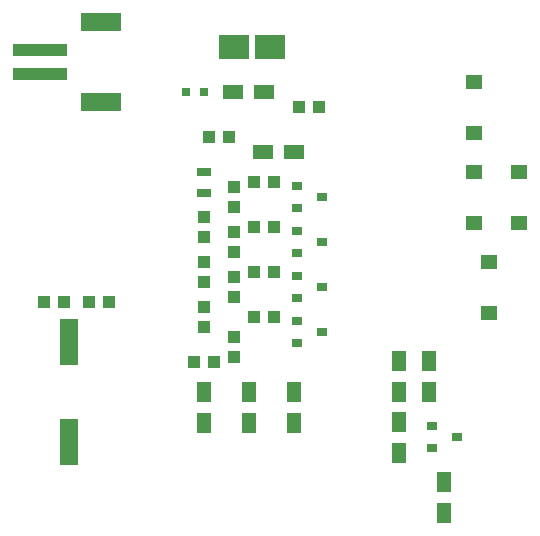
<source format=gbr>
G04 EAGLE Gerber RS-274X export*
G75*
%MOMM*%
%FSLAX34Y34*%
%LPD*%
%INSolderpaste Top*%
%IPPOS*%
%AMOC8*
5,1,8,0,0,1.08239X$1,22.5*%
G01*
%ADD10R,1.188700X1.795500*%
%ADD11R,1.100000X1.000000*%
%ADD12R,1.000000X1.100000*%
%ADD13R,1.470000X1.270000*%
%ADD14R,0.900000X0.800000*%
%ADD15R,1.795500X1.188700*%
%ADD16R,2.500000X2.000000*%
%ADD17R,0.800000X0.800000*%
%ADD18R,1.600000X3.900000*%
%ADD19R,1.200000X0.800000*%
%ADD20R,4.600000X1.000000*%
%ADD21R,3.400000X1.600000*%


D10*
X292100Y100802D03*
X292100Y127000D03*
X381000Y153198D03*
X381000Y127000D03*
D11*
X258200Y304800D03*
X275200Y304800D03*
D12*
X241300Y300600D03*
X241300Y283600D03*
D13*
X444500Y389800D03*
X444500Y346800D03*
D10*
X381000Y75402D03*
X381000Y101600D03*
D11*
X258200Y266700D03*
X275200Y266700D03*
D12*
X241300Y245500D03*
X241300Y262500D03*
D13*
X444500Y313600D03*
X444500Y270600D03*
D10*
X254000Y100802D03*
X254000Y127000D03*
D11*
X258200Y228600D03*
X275200Y228600D03*
D12*
X241300Y207400D03*
X241300Y224400D03*
D13*
X457200Y237400D03*
X457200Y194400D03*
D10*
X406400Y153198D03*
X406400Y127000D03*
D11*
X258200Y190500D03*
X275200Y190500D03*
D12*
X241300Y156600D03*
X241300Y173600D03*
D13*
X482600Y313600D03*
X482600Y270600D03*
D14*
X294800Y301600D03*
X294800Y282600D03*
X315800Y292100D03*
X294800Y263500D03*
X294800Y244500D03*
X315800Y254000D03*
X294800Y225400D03*
X294800Y206400D03*
X315800Y215900D03*
X294800Y187300D03*
X294800Y168300D03*
X315800Y177800D03*
X409100Y98400D03*
X409100Y79400D03*
X430100Y88900D03*
D15*
X240901Y381000D03*
X267099Y381000D03*
D10*
X215900Y101201D03*
X215900Y127399D03*
D15*
X266301Y330200D03*
X292499Y330200D03*
D11*
X220100Y342900D03*
X237100Y342900D03*
X313300Y368300D03*
X296300Y368300D03*
D10*
X419100Y25001D03*
X419100Y51199D03*
D16*
X271780Y419100D03*
X241300Y419100D03*
D17*
X215900Y381000D03*
X200900Y381000D03*
D12*
X215900Y258200D03*
X215900Y275200D03*
D11*
X207400Y152400D03*
X224400Y152400D03*
D12*
X215900Y220100D03*
X215900Y237100D03*
X215900Y182000D03*
X215900Y199000D03*
D11*
X135500Y203200D03*
X118500Y203200D03*
X80400Y203200D03*
X97400Y203200D03*
D18*
X101600Y84500D03*
X101600Y169500D03*
D19*
X215900Y295800D03*
X215900Y313800D03*
D20*
X77300Y416400D03*
X77300Y396400D03*
D21*
X129300Y440400D03*
X129300Y372400D03*
M02*

</source>
